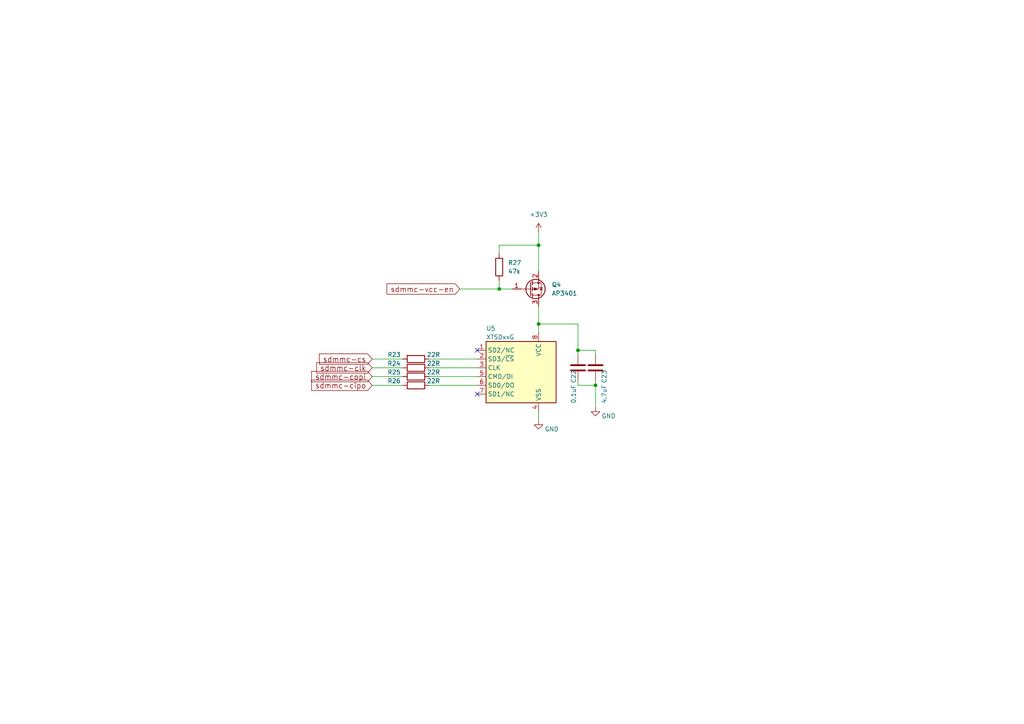
<source format=kicad_sch>
(kicad_sch (version 20211123) (generator eeschema)
  (paper "A4")
  (title_block (title "gps-logger") (date "2022-02-14") (rev "v2.3.a") (company "Greg Davill") (comment 4 "Simple GPS logger with low power features"))
  (lib_symbols
    (symbol "Device:C" (pin_numbers hide) (pin_names (offset 0.254))
      (property "Reference" "C" (at 0.635 2.54 0))
      (property "Value" "C" (at 0.635 -2.54 0))
      (symbol "C_0_1"
        (polyline (pts (xy -2.032 -0.762) (xy 2.032 -0.762)) (stroke (width 0.508)))
        (polyline (pts (xy -2.032 0.762) (xy 2.032 0.762)) (stroke (width 0.508)))
      )
      (symbol "C_1_1"
        (pin passive line (at 0 3.81 270) (length 2.794) (name "~") (number "1"))
        (pin passive line (at 0 -3.81 90) (length 2.794) (name "~") (number "2"))
      )
    )
    (symbol "Device:R" (pin_numbers hide) (pin_names (offset 0))
      (property "Reference" "R" (at 2.032 0 90))
      (property "Value" "R" (at 0 0 90))
      (symbol "R_0_1"
        (rectangle (start -1.016 -2.54) (end 1.016 2.54) (stroke (width 0.254)))
      )
      (symbol "R_1_1"
        (pin passive line (at 0 3.81 270) (length 1.27) (name "~") (number "1"))
        (pin passive line (at 0 -3.81 90) (length 1.27) (name "~") (number "2"))
      )
    )
    (symbol "Transistor_FET:BSS83P" (pin_names hide)
      (property "Reference" "Q" (at 5.08 1.905 0))
      (property "Value" "BSS83P" (at 5.08 0 0))
      (symbol "BSS83P_0_1"
        (polyline (pts (xy 0.254 0) (xy -2.54 0)))
        (polyline (pts (xy 0.254 1.905) (xy 0.254 -1.905)) (stroke (width 0.254)))
        (polyline (pts (xy 0.762 -1.27) (xy 0.762 -2.286)) (stroke (width 0.254)))
        (polyline (pts (xy 0.762 0.508) (xy 0.762 -0.508)) (stroke (width 0.254)))
        (polyline (pts (xy 0.762 2.286) (xy 0.762 1.27)) (stroke (width 0.254)))
        (polyline (pts (xy 2.54 2.54) (xy 2.54 1.778)))
        (polyline (pts (xy 2.54 -2.54) (xy 2.54 0) (xy 0.762 0)))
        (polyline (pts (xy 0.762 1.778) (xy 3.302 1.778) (xy 3.302 -1.778) (xy 0.762 -1.778)))
        (polyline (pts (xy 2.286 0) (xy 1.27 0.381) (xy 1.27 -0.381) (xy 2.286 0)) (fill (type outline)))
        (polyline (pts (xy 2.794 -0.508) (xy 2.921 -0.381) (xy 3.683 -0.381) (xy 3.81 -0.254)))
        (polyline (pts (xy 3.302 -0.381) (xy 2.921 0.254) (xy 3.683 0.254) (xy 3.302 -0.381)))
        (circle (center 1.651 0) (radius 2.794) (stroke (width 0.254)))
        (circle (center 2.54 -1.778) (radius 0.254) (fill (type outline)))
        (circle (center 2.54 1.778) (radius 0.254) (fill (type outline)))
      )
      (symbol "BSS83P_1_1"
        (pin input line (at -5.08 0 0) (length 2.54) (name "G") (number "1"))
        (pin passive line (at 2.54 -5.08 90) (length 2.54) (name "S") (number "2"))
        (pin passive line (at 2.54 5.08 270) (length 2.54) (name "D") (number "3"))
      )
    )
    (symbol "gpslogger:XTSDxxG"
      (property "Reference" "U" (at -8.89 8.89 0))
      (property "Value" "XTSDxxG" (at -1.27 8.89 0))
      (symbol "XTSDxxG_1_1"
        (rectangle (start -10.16 7.62) (end 10.16 -10.16) (stroke (width 0.254)) (fill (type background)))
        (pin bidirectional line (at -12.7 5.08 0) (length 2.54) (name "SD2/NC") (number "1"))
        (pin input line (at -12.7 2.54 0) (length 2.54) (name "SD3/~{CS}") (number "2"))
        (pin input line (at -12.7 0 0) (length 2.54) (name "CLK") (number "3"))
        (pin power_in line (at 5.08 -12.7 90) (length 2.54) (name "VSS") (number "4"))
        (pin input line (at -12.7 -2.54 0) (length 2.54) (name "CMD/DI") (number "5"))
        (pin output line (at -12.7 -5.08 0) (length 2.54) (name "SD0/DO") (number "6"))
        (pin output line (at -12.7 -7.62 0) (length 2.54) (name "SD1/NC") (number "7"))
        (pin power_in line (at 5.08 10.16 270) (length 2.54) (name "VCC") (number "8"))
      )
    )
    (symbol "power:+3V3" (power) (pin_names (offset 0))
      (property "Value" "+3V3" (at 0 3.556 0))
      (symbol "+3V3_0_1"
        (polyline (pts (xy -0.762 1.27) (xy 0 2.54)))
        (polyline (pts (xy 0 0) (xy 0 2.54)))
        (polyline (pts (xy 0 2.54) (xy 0.762 1.27)))
      )
      (symbol "+3V3_1_1"
        (pin power_in line (at 0 0 90) (length 0) hide (name "+3V3") (number "1"))
      )
    )
    (symbol "power:GND" (power) (pin_names (offset 0))
      (property "Value" "GND" (at 0 -3.81 0))
      (symbol "GND_0_1"
        (polyline (pts (xy 0 0) (xy 0 -1.27) (xy 1.27 -1.27) (xy 0 -2.54) (xy -1.27 -1.27) (xy 0 -1.27)))
      )
      (symbol "GND_1_1"
        (pin power_in line (at 0 0 270) (length 0) hide (name "GND") (number "1"))
      )
    )
  )
  (junction (at 144.78 83.82))
  (junction (at 167.64 101.6))
  (junction (at 156.21 71.12))
  (junction (at 172.72 111.76))
  (junction (at 156.21 93.98))
  (no_connect (at 138.43 101.6))
  (no_connect (at 138.43 114.3))
  (wire (pts (xy 144.78 83.82) (xy 144.78 81.28)))
  (wire (pts (xy 107.95 106.68) (xy 116.84 106.68)))
  (wire (pts (xy 167.64 101.6) (xy 167.64 102.87)))
  (wire (pts (xy 107.95 104.14) (xy 116.84 104.14)))
  (wire (pts (xy 144.78 71.12) (xy 156.21 71.12)))
  (wire (pts (xy 172.72 102.87) (xy 172.72 101.6)))
  (wire (pts (xy 124.46 104.14) (xy 138.43 104.14)))
  (wire (pts (xy 172.72 110.49) (xy 172.72 111.76)))
  (wire (pts (xy 156.21 119.38) (xy 156.21 121.92)))
  (wire (pts (xy 144.78 73.66) (xy 144.78 71.12)))
  (wire (pts (xy 172.72 101.6) (xy 167.64 101.6)))
  (wire (pts (xy 156.21 88.9) (xy 156.21 93.98)))
  (wire (pts (xy 156.21 93.98) (xy 156.21 96.52)))
  (wire (pts (xy 156.21 67.31) (xy 156.21 71.12)))
  (wire (pts (xy 133.35 83.82) (xy 144.78 83.82)))
  (wire (pts (xy 107.95 111.76) (xy 116.84 111.76)))
  (wire (pts (xy 167.64 111.76) (xy 172.72 111.76)))
  (wire (pts (xy 156.21 93.98) (xy 167.64 93.98)))
  (wire (pts (xy 167.64 93.98) (xy 167.64 101.6)))
  (wire (pts (xy 172.72 111.76) (xy 172.72 118.11)))
  (wire (pts (xy 107.95 109.22) (xy 116.84 109.22)))
  (wire (pts (xy 124.46 111.76) (xy 138.43 111.76)))
  (wire (pts (xy 124.46 106.68) (xy 138.43 106.68)))
  (wire (pts (xy 148.59 83.82) (xy 144.78 83.82)))
  (wire (pts (xy 156.21 71.12) (xy 156.21 78.74)))
  (wire (pts (xy 124.46 109.22) (xy 138.43 109.22)))
  (wire (pts (xy 167.64 110.49) (xy 167.64 111.76)))
  (global_label "sdmmc-cipo" (shape input) (at 107.95 111.76 180) (effects (font (size 1.524 1.524))) (property "Intersheet References" "${INTERSHEET_REFS}" (effects hide)))
  (global_label "sdmmc-vcc-en" (shape input) (at 133.35 83.82 180) (effects (font (size 1.524 1.524))) (property "Intersheet References" "${INTERSHEET_REFS}" (effects hide)))
  (global_label "sdmmc-clk" (shape input) (at 107.95 106.68 180) (effects (font (size 1.524 1.524))) (property "Intersheet References" "${INTERSHEET_REFS}" (effects hide)))
  (global_label "sdmmc-cs" (shape input) (at 107.95 104.14 180) (effects (font (size 1.524 1.524))) (property "Intersheet References" "${INTERSHEET_REFS}" (effects hide)))
  (global_label "sdmmc-copi" (shape input) (at 107.95 109.22 180) (effects (font (size 1.524 1.524))) (property "Intersheet References" "${INTERSHEET_REFS}" (effects hide)))
  (symbol (lib_id "Device:R") (at 120.65 104.14 90) (unit 1)
    (property "Reference" "R23" (at 114.3 102.87 90))
    (property "Value" "22R" (at 125.73 102.87 90))
    (property "Footprint" "Resistor_SMD:R_0402_1005Metric" (effects hide))
  )
  (symbol (lib_id "gpslogger:XTSDxxG") (at 151.13 106.68 0) (unit 1)
    (property "Reference" "U5" (at 140.97 95.2499 0) (effects (justify left)))
    (property "Value" "XTSDxxG" (at 140.97 97.7899 0) (effects (justify left)))
    (property "Footprint" "gps-logger:LGA-8_8x6_Pitch1.27mm" (effects hide))
    (property "Datasheet" "https://datasheet.lcsc.com/lcsc/2005251034_XTX-XTSD01GLGEAG_C558837.pdf" (effects hide))
  )
  (symbol (lib_id "Device:R") (at 120.65 109.22 90) (unit 1)
    (property "Reference" "R25" (at 114.3 107.95 90))
    (property "Value" "22R" (at 125.73 107.95 90))
    (property "Footprint" "Resistor_SMD:R_0402_1005Metric" (effects hide))
  )
  (symbol (lib_id "power:+3V3") (at 156.21 67.31 0) (unit 1)
    (property "Reference" "#PWR0132" (effects hide))
    (property "Value" "+3V3" (at 156.21 62.23 0))
  )
  (symbol (lib_id "Device:C") (at 167.64 106.68 0) (mirror x) (unit 1)
    (property "Reference" "C22" (at 166.37 109.22 90))
    (property "Value" "0.1uF" (at 166.37 114.3 90))
    (property "Footprint" "Capacitor_SMD:C_0402_1005Metric" (effects hide))
  )
  (symbol (lib_id "power:GND") (at 172.72 118.11 0) (mirror y) (unit 1)
    (property "Reference" "#PWR0131" (effects hide))
    (property "Value" "GND" (at 176.53 120.65 0))
  )
  (symbol (lib_id "power:GND") (at 156.21 121.92 0) (mirror y) (unit 1)
    (property "Reference" "#PWR0130" (effects hide))
    (property "Value" "GND" (at 160.02 124.46 0))
  )
  (symbol (lib_id "Transistor_FET:BSS83P") (at 153.67 83.82 0) (mirror x) (unit 1)
    (property "Reference" "Q4" (at 160.02 82.5499 0) (effects (justify left)))
    (property "Value" "AP3401" (at 160.02 85.0899 0) (effects (justify left)))
    (property "Footprint" "Package_TO_SOT_SMD:SOT-23" (effects hide))
    (property "Datasheet" "https://datasheet.lcsc.com/lcsc/1912111437_ALLPOWER-ShenZhen-Quan-Li-Semiconductor-AP3401_C353078.pdf" (effects hide))
    (property "PN" "AP3401" (effects hide))
    (property "MFG" "ALLPOWER(ShenZhen Quan Li Semiconductor) " (effects hide))
  )
  (symbol (lib_id "Device:R") (at 120.65 106.68 90) (unit 1)
    (property "Reference" "R24" (at 114.3 105.41 90))
    (property "Value" "22R" (at 125.73 105.41 90))
    (property "Footprint" "Resistor_SMD:R_0402_1005Metric" (effects hide))
  )
  (symbol (lib_id "Device:R") (at 144.78 77.47 180) (unit 1)
    (property "Reference" "R27" (at 147.32 76.1999 0) (effects (justify right)))
    (property "Value" "47k" (at 147.32 78.7399 0) (effects (justify right)))
    (property "Footprint" "Resistor_SMD:R_0402_1005Metric" (effects hide))
  )
  (symbol (lib_id "Device:C") (at 172.72 106.68 0) (mirror y) (unit 1)
    (property "Reference" "C23" (at 175.26 109.22 90))
    (property "Value" "4.7uF" (at 175.26 114.3 90))
    (property "Footprint" "Capacitor_SMD:C_0402_1005Metric" (effects hide))
  )
  (symbol (lib_id "Device:R") (at 120.65 111.76 90) (unit 1)
    (property "Reference" "R26" (at 114.3 110.49 90))
    (property "Value" "22R" (at 125.73 110.49 90))
    (property "Footprint" "Resistor_SMD:R_0402_1005Metric" (effects hide))
  )
)
</source>
